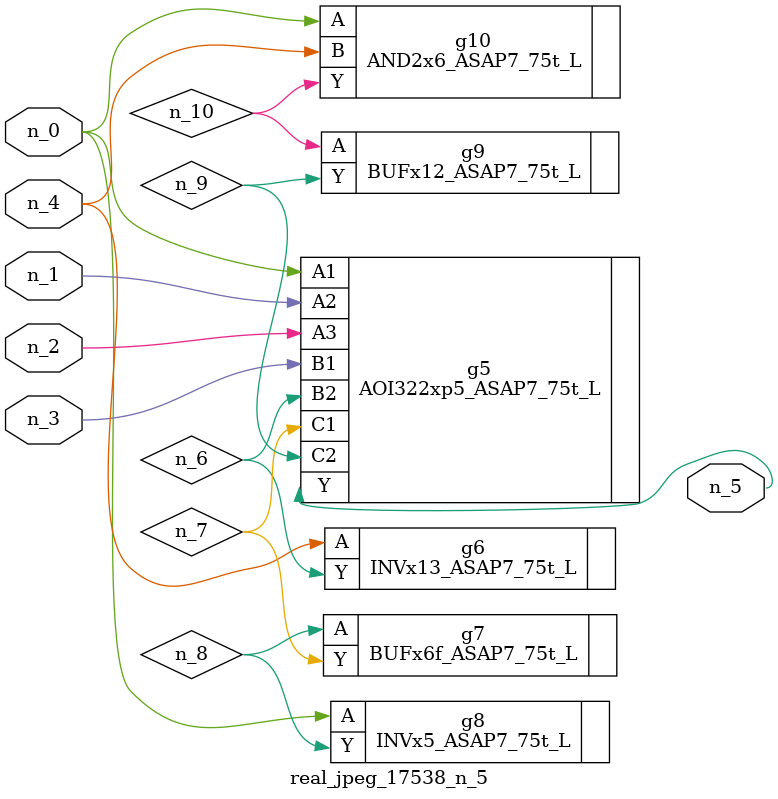
<source format=v>
module real_jpeg_17538_n_5 (n_4, n_0, n_1, n_2, n_3, n_5);

input n_4;
input n_0;
input n_1;
input n_2;
input n_3;

output n_5;

wire n_8;
wire n_6;
wire n_7;
wire n_10;
wire n_9;

AOI322xp5_ASAP7_75t_L g5 ( 
.A1(n_0),
.A2(n_1),
.A3(n_2),
.B1(n_3),
.B2(n_6),
.C1(n_7),
.C2(n_9),
.Y(n_5)
);

INVx5_ASAP7_75t_L g8 ( 
.A(n_0),
.Y(n_8)
);

AND2x6_ASAP7_75t_L g10 ( 
.A(n_0),
.B(n_4),
.Y(n_10)
);

INVx13_ASAP7_75t_L g6 ( 
.A(n_4),
.Y(n_6)
);

BUFx6f_ASAP7_75t_L g7 ( 
.A(n_8),
.Y(n_7)
);

BUFx12_ASAP7_75t_L g9 ( 
.A(n_10),
.Y(n_9)
);


endmodule
</source>
